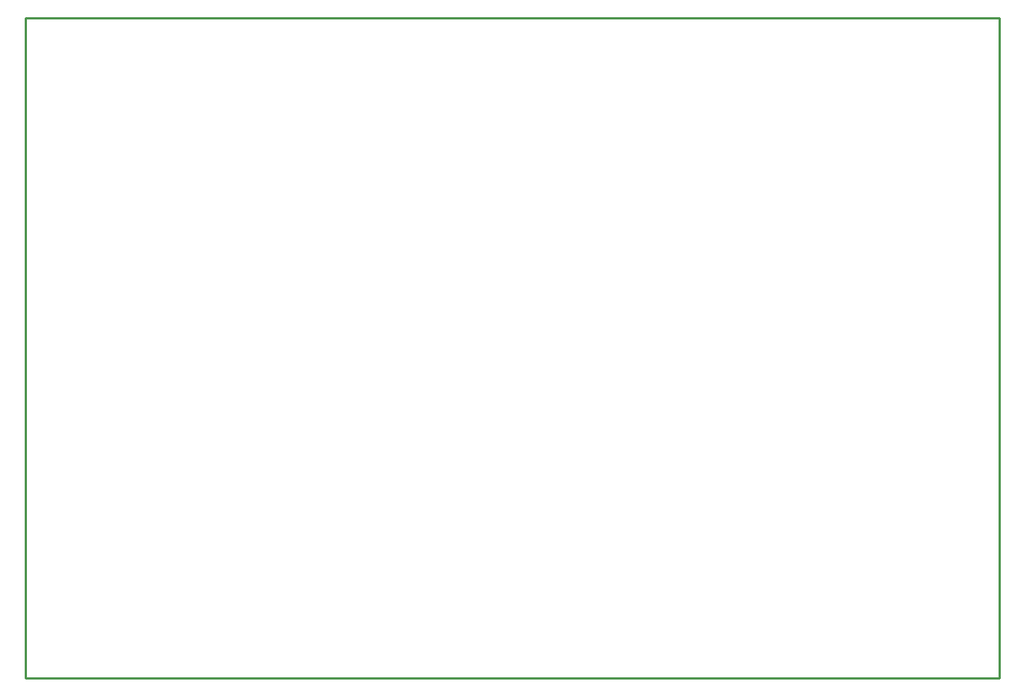
<source format=gko>
G04 Layer: BoardOutline*
G04 EasyEDA v6.2.46, 2019-11-10T21:10:00+07:00*
G04 036f7757b27e478886c894ae7df38c4b,e5c1abbfa1e54b71a98531a1dec44753,10*
G04 Gerber Generator version 0.2*
G04 Scale: 100 percent, Rotated: No, Reflected: No *
G04 Dimensions in millimeters *
G04 leading zeros omitted , absolute positions ,3 integer and 3 decimal *
%FSLAX33Y33*%
%MOMM*%
G90*
G71D02*

%ADD10C,0.254000*%
G54D10*
G01X0Y74803D02*
G01X110109Y74803D01*
G01X110109Y0D01*
G01X0Y0D01*
G01X0Y74803D01*

%LPD*%
M00*
M02*

</source>
